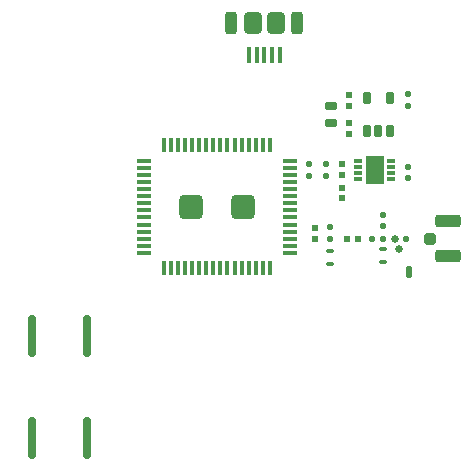
<source format=gtp>
G04*
G04 #@! TF.GenerationSoftware,Altium Limited,Altium Designer,21.9.2 (33)*
G04*
G04 Layer_Color=8421504*
%FSLAX44Y44*%
%MOMM*%
G71*
G04*
G04 #@! TF.SameCoordinates,1F5C1B73-E678-4566-9102-B3B9492829AA*
G04*
G04*
G04 #@! TF.FilePolarity,Positive*
G04*
G01*
G75*
G04:AMPARAMS|DCode=15|XSize=0.5mm|YSize=0.5mm|CornerRadius=0.125mm|HoleSize=0mm|Usage=FLASHONLY|Rotation=90.000|XOffset=0mm|YOffset=0mm|HoleType=Round|Shape=RoundedRectangle|*
%AMROUNDEDRECTD15*
21,1,0.5000,0.2500,0,0,90.0*
21,1,0.2500,0.5000,0,0,90.0*
1,1,0.2500,0.1250,0.1250*
1,1,0.2500,0.1250,-0.1250*
1,1,0.2500,-0.1250,-0.1250*
1,1,0.2500,-0.1250,0.1250*
%
%ADD15ROUNDEDRECTD15*%
G04:AMPARAMS|DCode=16|XSize=0.5mm|YSize=0.5mm|CornerRadius=0.125mm|HoleSize=0mm|Usage=FLASHONLY|Rotation=0.000|XOffset=0mm|YOffset=0mm|HoleType=Round|Shape=RoundedRectangle|*
%AMROUNDEDRECTD16*
21,1,0.5000,0.2500,0,0,0.0*
21,1,0.2500,0.5000,0,0,0.0*
1,1,0.2500,0.1250,-0.1250*
1,1,0.2500,-0.1250,-0.1250*
1,1,0.2500,-0.1250,0.1250*
1,1,0.2500,0.1250,0.1250*
%
%ADD16ROUNDEDRECTD16*%
G04:AMPARAMS|DCode=17|XSize=0.4mm|YSize=1.2mm|CornerRadius=0.1mm|HoleSize=0mm|Usage=FLASHONLY|Rotation=90.000|XOffset=0mm|YOffset=0mm|HoleType=Round|Shape=RoundedRectangle|*
%AMROUNDEDRECTD17*
21,1,0.4000,1.0000,0,0,90.0*
21,1,0.2000,1.2000,0,0,90.0*
1,1,0.2000,0.5000,0.1000*
1,1,0.2000,0.5000,-0.1000*
1,1,0.2000,-0.5000,-0.1000*
1,1,0.2000,-0.5000,0.1000*
%
%ADD17ROUNDEDRECTD17*%
G04:AMPARAMS|DCode=18|XSize=0.4mm|YSize=1.2mm|CornerRadius=0.1mm|HoleSize=0mm|Usage=FLASHONLY|Rotation=180.000|XOffset=0mm|YOffset=0mm|HoleType=Round|Shape=RoundedRectangle|*
%AMROUNDEDRECTD18*
21,1,0.4000,1.0000,0,0,180.0*
21,1,0.2000,1.2000,0,0,180.0*
1,1,0.2000,-0.1000,0.5000*
1,1,0.2000,0.1000,0.5000*
1,1,0.2000,0.1000,-0.5000*
1,1,0.2000,-0.1000,-0.5000*
%
%ADD18ROUNDEDRECTD18*%
G04:AMPARAMS|DCode=19|XSize=2.1mm|YSize=2.1mm|CornerRadius=0.525mm|HoleSize=0mm|Usage=FLASHONLY|Rotation=0.000|XOffset=0mm|YOffset=0mm|HoleType=Round|Shape=RoundedRectangle|*
%AMROUNDEDRECTD19*
21,1,2.1000,1.0500,0,0,0.0*
21,1,1.0500,2.1000,0,0,0.0*
1,1,1.0500,0.5250,-0.5250*
1,1,1.0500,-0.5250,-0.5250*
1,1,1.0500,-0.5250,0.5250*
1,1,1.0500,0.5250,0.5250*
%
%ADD19ROUNDEDRECTD19*%
G04:AMPARAMS|DCode=20|XSize=0.7mm|YSize=3.5mm|CornerRadius=0.175mm|HoleSize=0mm|Usage=FLASHONLY|Rotation=180.000|XOffset=0mm|YOffset=0mm|HoleType=Round|Shape=RoundedRectangle|*
%AMROUNDEDRECTD20*
21,1,0.7000,3.1500,0,0,180.0*
21,1,0.3500,3.5000,0,0,180.0*
1,1,0.3500,-0.1750,1.5750*
1,1,0.3500,0.1750,1.5750*
1,1,0.3500,0.1750,-1.5750*
1,1,0.3500,-0.1750,-1.5750*
%
%ADD20ROUNDEDRECTD20*%
G04:AMPARAMS|DCode=21|XSize=0.58mm|YSize=0.58mm|CornerRadius=0.145mm|HoleSize=0mm|Usage=FLASHONLY|Rotation=90.000|XOffset=0mm|YOffset=0mm|HoleType=Round|Shape=RoundedRectangle|*
%AMROUNDEDRECTD21*
21,1,0.5800,0.2900,0,0,90.0*
21,1,0.2900,0.5800,0,0,90.0*
1,1,0.2900,0.1450,0.1450*
1,1,0.2900,0.1450,-0.1450*
1,1,0.2900,-0.1450,-0.1450*
1,1,0.2900,-0.1450,0.1450*
%
%ADD21ROUNDEDRECTD21*%
G04:AMPARAMS|DCode=22|XSize=0.53mm|YSize=0.58mm|CornerRadius=0.1325mm|HoleSize=0mm|Usage=FLASHONLY|Rotation=90.000|XOffset=0mm|YOffset=0mm|HoleType=Round|Shape=RoundedRectangle|*
%AMROUNDEDRECTD22*
21,1,0.5300,0.3150,0,0,90.0*
21,1,0.2650,0.5800,0,0,90.0*
1,1,0.2650,0.1575,0.1325*
1,1,0.2650,0.1575,-0.1325*
1,1,0.2650,-0.1575,-0.1325*
1,1,0.2650,-0.1575,0.1325*
%
%ADD22ROUNDEDRECTD22*%
G04:AMPARAMS|DCode=23|XSize=0.58mm|YSize=0.58mm|CornerRadius=0.145mm|HoleSize=0mm|Usage=FLASHONLY|Rotation=294.000|XOffset=0mm|YOffset=0mm|HoleType=Round|Shape=RoundedRectangle|*
%AMROUNDEDRECTD23*
21,1,0.5800,0.2900,0,0,294.0*
21,1,0.2900,0.5800,0,0,294.0*
1,1,0.2900,-0.0735,-0.1914*
1,1,0.2900,-0.1914,0.0735*
1,1,0.2900,0.0735,0.1914*
1,1,0.2900,0.1914,-0.0735*
%
%ADD23ROUNDEDRECTD23*%
G04:AMPARAMS|DCode=24|XSize=1.6mm|YSize=2.44mm|CornerRadius=0.08mm|HoleSize=0mm|Usage=FLASHONLY|Rotation=0.000|XOffset=0mm|YOffset=0mm|HoleType=Round|Shape=RoundedRectangle|*
%AMROUNDEDRECTD24*
21,1,1.6000,2.2800,0,0,0.0*
21,1,1.4400,2.4400,0,0,0.0*
1,1,0.1600,0.7200,-1.1400*
1,1,0.1600,-0.7200,-1.1400*
1,1,0.1600,-0.7200,1.1400*
1,1,0.1600,0.7200,1.1400*
%
%ADD24ROUNDEDRECTD24*%
G04:AMPARAMS|DCode=25|XSize=0.76mm|YSize=0.27mm|CornerRadius=0.0675mm|HoleSize=0mm|Usage=FLASHONLY|Rotation=0.000|XOffset=0mm|YOffset=0mm|HoleType=Round|Shape=RoundedRectangle|*
%AMROUNDEDRECTD25*
21,1,0.7600,0.1350,0,0,0.0*
21,1,0.6250,0.2700,0,0,0.0*
1,1,0.1350,0.3125,-0.0675*
1,1,0.1350,-0.3125,-0.0675*
1,1,0.1350,-0.3125,0.0675*
1,1,0.1350,0.3125,0.0675*
%
%ADD25ROUNDEDRECTD25*%
G04:AMPARAMS|DCode=26|XSize=1mm|YSize=1.9mm|CornerRadius=0.25mm|HoleSize=0mm|Usage=FLASHONLY|Rotation=0.000|XOffset=0mm|YOffset=0mm|HoleType=Round|Shape=RoundedRectangle|*
%AMROUNDEDRECTD26*
21,1,1.0000,1.4000,0,0,0.0*
21,1,0.5000,1.9000,0,0,0.0*
1,1,0.5000,0.2500,-0.7000*
1,1,0.5000,-0.2500,-0.7000*
1,1,0.5000,-0.2500,0.7000*
1,1,0.5000,0.2500,0.7000*
%
%ADD26ROUNDEDRECTD26*%
G04:AMPARAMS|DCode=27|XSize=0.4mm|YSize=1.35mm|CornerRadius=0.1mm|HoleSize=0mm|Usage=FLASHONLY|Rotation=180.000|XOffset=0mm|YOffset=0mm|HoleType=Round|Shape=RoundedRectangle|*
%AMROUNDEDRECTD27*
21,1,0.4000,1.1500,0,0,180.0*
21,1,0.2000,1.3500,0,0,180.0*
1,1,0.2000,-0.1000,0.5750*
1,1,0.2000,0.1000,0.5750*
1,1,0.2000,0.1000,-0.5750*
1,1,0.2000,-0.1000,-0.5750*
%
%ADD27ROUNDEDRECTD27*%
G04:AMPARAMS|DCode=28|XSize=1.5mm|YSize=1.9mm|CornerRadius=0.375mm|HoleSize=0mm|Usage=FLASHONLY|Rotation=180.000|XOffset=0mm|YOffset=0mm|HoleType=Round|Shape=RoundedRectangle|*
%AMROUNDEDRECTD28*
21,1,1.5000,1.1500,0,0,180.0*
21,1,0.7500,1.9000,0,0,180.0*
1,1,0.7500,-0.3750,0.5750*
1,1,0.7500,0.3750,0.5750*
1,1,0.7500,0.3750,-0.5750*
1,1,0.7500,-0.3750,-0.5750*
%
%ADD28ROUNDEDRECTD28*%
G04:AMPARAMS|DCode=29|XSize=0.55mm|YSize=0.55mm|CornerRadius=0.1375mm|HoleSize=0mm|Usage=FLASHONLY|Rotation=0.000|XOffset=0mm|YOffset=0mm|HoleType=Round|Shape=RoundedRectangle|*
%AMROUNDEDRECTD29*
21,1,0.5500,0.2750,0,0,0.0*
21,1,0.2750,0.5500,0,0,0.0*
1,1,0.2750,0.1375,-0.1375*
1,1,0.2750,-0.1375,-0.1375*
1,1,0.2750,-0.1375,0.1375*
1,1,0.2750,0.1375,0.1375*
%
%ADD29ROUNDEDRECTD29*%
G04:AMPARAMS|DCode=30|XSize=0.6mm|YSize=1.1mm|CornerRadius=0.15mm|HoleSize=0mm|Usage=FLASHONLY|Rotation=180.000|XOffset=0mm|YOffset=0mm|HoleType=Round|Shape=RoundedRectangle|*
%AMROUNDEDRECTD30*
21,1,0.6000,0.8000,0,0,180.0*
21,1,0.3000,1.1000,0,0,180.0*
1,1,0.3000,-0.1500,0.4000*
1,1,0.3000,0.1500,0.4000*
1,1,0.3000,0.1500,-0.4000*
1,1,0.3000,-0.1500,-0.4000*
%
%ADD30ROUNDEDRECTD30*%
G04:AMPARAMS|DCode=31|XSize=0.95mm|YSize=0.65mm|CornerRadius=0.0813mm|HoleSize=0mm|Usage=FLASHONLY|Rotation=180.000|XOffset=0mm|YOffset=0mm|HoleType=Round|Shape=RoundedRectangle|*
%AMROUNDEDRECTD31*
21,1,0.9500,0.4875,0,0,180.0*
21,1,0.7875,0.6500,0,0,180.0*
1,1,0.1625,-0.3938,0.2438*
1,1,0.1625,0.3938,0.2438*
1,1,0.1625,0.3938,-0.2438*
1,1,0.1625,-0.3938,-0.2438*
%
%ADD31ROUNDEDRECTD31*%
G04:AMPARAMS|DCode=32|XSize=0.42mm|YSize=0.61mm|CornerRadius=0.105mm|HoleSize=0mm|Usage=FLASHONLY|Rotation=270.000|XOffset=0mm|YOffset=0mm|HoleType=Round|Shape=RoundedRectangle|*
%AMROUNDEDRECTD32*
21,1,0.4200,0.4000,0,0,270.0*
21,1,0.2100,0.6100,0,0,270.0*
1,1,0.2100,-0.2000,-0.1050*
1,1,0.2100,-0.2000,0.1050*
1,1,0.2100,0.2000,0.1050*
1,1,0.2100,0.2000,-0.1050*
%
%ADD32ROUNDEDRECTD32*%
G04:AMPARAMS|DCode=33|XSize=0.58mm|YSize=0.58mm|CornerRadius=0.145mm|HoleSize=0mm|Usage=FLASHONLY|Rotation=0.000|XOffset=0mm|YOffset=0mm|HoleType=Round|Shape=RoundedRectangle|*
%AMROUNDEDRECTD33*
21,1,0.5800,0.2900,0,0,0.0*
21,1,0.2900,0.5800,0,0,0.0*
1,1,0.2900,0.1450,-0.1450*
1,1,0.2900,-0.1450,-0.1450*
1,1,0.2900,-0.1450,0.1450*
1,1,0.2900,0.1450,0.1450*
%
%ADD33ROUNDEDRECTD33*%
G04:AMPARAMS|DCode=34|XSize=0.53mm|YSize=0.58mm|CornerRadius=0.1325mm|HoleSize=0mm|Usage=FLASHONLY|Rotation=0.000|XOffset=0mm|YOffset=0mm|HoleType=Round|Shape=RoundedRectangle|*
%AMROUNDEDRECTD34*
21,1,0.5300,0.3150,0,0,0.0*
21,1,0.2650,0.5800,0,0,0.0*
1,1,0.2650,0.1325,-0.1575*
1,1,0.2650,-0.1325,-0.1575*
1,1,0.2650,-0.1325,0.1575*
1,1,0.2650,0.1325,0.1575*
%
%ADD34ROUNDEDRECTD34*%
G04:AMPARAMS|DCode=35|XSize=1.05mm|YSize=2.2mm|CornerRadius=0.2625mm|HoleSize=0mm|Usage=FLASHONLY|Rotation=270.000|XOffset=0mm|YOffset=0mm|HoleType=Round|Shape=RoundedRectangle|*
%AMROUNDEDRECTD35*
21,1,1.0500,1.6750,0,0,270.0*
21,1,0.5250,2.2000,0,0,270.0*
1,1,0.5250,-0.8375,-0.2625*
1,1,0.5250,-0.8375,0.2625*
1,1,0.5250,0.8375,0.2625*
1,1,0.5250,0.8375,-0.2625*
%
%ADD35ROUNDEDRECTD35*%
G04:AMPARAMS|DCode=36|XSize=1mm|YSize=1mm|CornerRadius=0.25mm|HoleSize=0mm|Usage=FLASHONLY|Rotation=270.000|XOffset=0mm|YOffset=0mm|HoleType=Round|Shape=RoundedRectangle|*
%AMROUNDEDRECTD36*
21,1,1.0000,0.5000,0,0,270.0*
21,1,0.5000,1.0000,0,0,270.0*
1,1,0.5000,-0.2500,-0.2500*
1,1,0.5000,-0.2500,0.2500*
1,1,0.5000,0.2500,0.2500*
1,1,0.5000,0.2500,-0.2500*
%
%ADD36ROUNDEDRECTD36*%
D15*
X312750Y-203750D02*
D03*
Y-202000D02*
D03*
D16*
Y-207000D02*
D03*
Y-204500D02*
D03*
D17*
X212500Y-188500D02*
D03*
X88500Y-188500D02*
D03*
X88500Y-110500D02*
D03*
X212500Y-158500D02*
D03*
X212500Y-122500D02*
D03*
X212500Y-128500D02*
D03*
Y-134500D02*
D03*
X212500Y-140500D02*
D03*
X212500Y-146500D02*
D03*
Y-152500D02*
D03*
Y-164500D02*
D03*
Y-170500D02*
D03*
Y-176500D02*
D03*
Y-182500D02*
D03*
X88500Y-182500D02*
D03*
Y-116500D02*
D03*
Y-122500D02*
D03*
Y-128500D02*
D03*
X88500Y-134500D02*
D03*
X88500Y-146500D02*
D03*
X88500Y-152500D02*
D03*
Y-158500D02*
D03*
X88500Y-164500D02*
D03*
X88500Y-170500D02*
D03*
X88500Y-140500D02*
D03*
X212500Y-116500D02*
D03*
Y-110500D02*
D03*
X88500Y-176500D02*
D03*
D18*
X105500Y-97500D02*
D03*
X111500D02*
D03*
X195500D02*
D03*
X189500D02*
D03*
X195500Y-201500D02*
D03*
X189500D02*
D03*
X105500D02*
D03*
X111500D02*
D03*
X141500D02*
D03*
X177500D02*
D03*
X171500D02*
D03*
X165500D02*
D03*
X159500D02*
D03*
X153500D02*
D03*
X147500D02*
D03*
X135500D02*
D03*
X129500D02*
D03*
X123500D02*
D03*
X117500D02*
D03*
X183500D02*
D03*
X117500Y-97500D02*
D03*
X183500D02*
D03*
X177500D02*
D03*
X171500D02*
D03*
X165500D02*
D03*
X153500D02*
D03*
X147500D02*
D03*
X141500D02*
D03*
X135500D02*
D03*
X129500D02*
D03*
X123500D02*
D03*
X159500D02*
D03*
D19*
X128500Y-149500D02*
D03*
X172500D02*
D03*
D20*
X-6000Y-259250D02*
D03*
X-6000Y-345250D02*
D03*
X40763Y-259250D02*
D03*
X40763Y-345250D02*
D03*
D21*
X256248Y-113248D02*
D03*
Y-122448D02*
D03*
Y-133248D02*
D03*
Y-142448D02*
D03*
X262238Y-63762D02*
D03*
Y-54562D02*
D03*
X262238Y-78562D02*
D03*
X262238Y-87762D02*
D03*
X233750Y-167300D02*
D03*
Y-176500D02*
D03*
D22*
X246500Y-166800D02*
D03*
Y-176500D02*
D03*
X312248Y-125448D02*
D03*
X312248Y-115748D02*
D03*
X243000Y-113400D02*
D03*
Y-123100D02*
D03*
X291250Y-156400D02*
D03*
Y-166100D02*
D03*
X312238Y-64012D02*
D03*
Y-54312D02*
D03*
X228750Y-113400D02*
D03*
X228750Y-123100D02*
D03*
D23*
X304792Y-184954D02*
D03*
X301050Y-176550D02*
D03*
D24*
X284248Y-118348D02*
D03*
D25*
X298098Y-110848D02*
D03*
Y-115848D02*
D03*
Y-120848D02*
D03*
X298098Y-125848D02*
D03*
X270398D02*
D03*
X270398Y-120848D02*
D03*
Y-115848D02*
D03*
Y-110848D02*
D03*
D26*
X162750Y6000D02*
D03*
X218750Y6000D02*
D03*
D27*
X203750Y-21000D02*
D03*
X184250Y-21000D02*
D03*
X177750Y-21000D02*
D03*
X190750D02*
D03*
X197250Y-21000D02*
D03*
D28*
X200750Y6000D02*
D03*
X180750Y6000D02*
D03*
D29*
X310250Y-176550D02*
D03*
D30*
X277738Y-57162D02*
D03*
X296738D02*
D03*
Y-85162D02*
D03*
X287238Y-85162D02*
D03*
X277738D02*
D03*
D31*
X247488Y-63912D02*
D03*
Y-78912D02*
D03*
D32*
X291250Y-196450D02*
D03*
Y-185350D02*
D03*
X246500Y-197700D02*
D03*
Y-186600D02*
D03*
D33*
X270200Y-176400D02*
D03*
X261000D02*
D03*
D34*
X291350D02*
D03*
X281650D02*
D03*
D35*
X346000Y-191150D02*
D03*
Y-161650D02*
D03*
D36*
X331000Y-176400D02*
D03*
M02*

</source>
